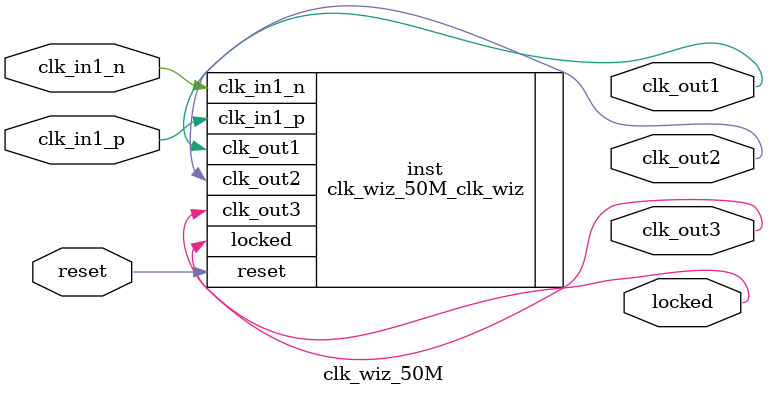
<source format=v>


`timescale 1ps/1ps

(* CORE_GENERATION_INFO = "clk_wiz_50M,clk_wiz_v6_0_1_0_0,{component_name=clk_wiz_50M,use_phase_alignment=false,use_min_o_jitter=false,use_max_i_jitter=false,use_dyn_phase_shift=false,use_inclk_switchover=false,use_dyn_reconfig=false,enable_axi=0,feedback_source=FDBK_AUTO,PRIMITIVE=MMCM,num_out_clk=3,clkin1_period=10.000,clkin2_period=10.000,use_power_down=false,use_reset=true,use_locked=true,use_inclk_stopped=false,feedback_type=SINGLE,CLOCK_MGR_TYPE=NA,manual_override=false}" *)

module clk_wiz_50M 
 (
  // Clock out ports
  output        clk_out1,
  output        clk_out2,
  output        clk_out3,
  // Status and control signals
  input         reset,
  output        locked,
 // Clock in ports
  input         clk_in1_p,
  input         clk_in1_n
 );

  clk_wiz_50M_clk_wiz inst
  (
  // Clock out ports  
  .clk_out1(clk_out1),
  .clk_out2(clk_out2),
  .clk_out3(clk_out3),
  // Status and control signals               
  .reset(reset), 
  .locked(locked),
 // Clock in ports
  .clk_in1_p(clk_in1_p),
  .clk_in1_n(clk_in1_n)
  );

endmodule

</source>
